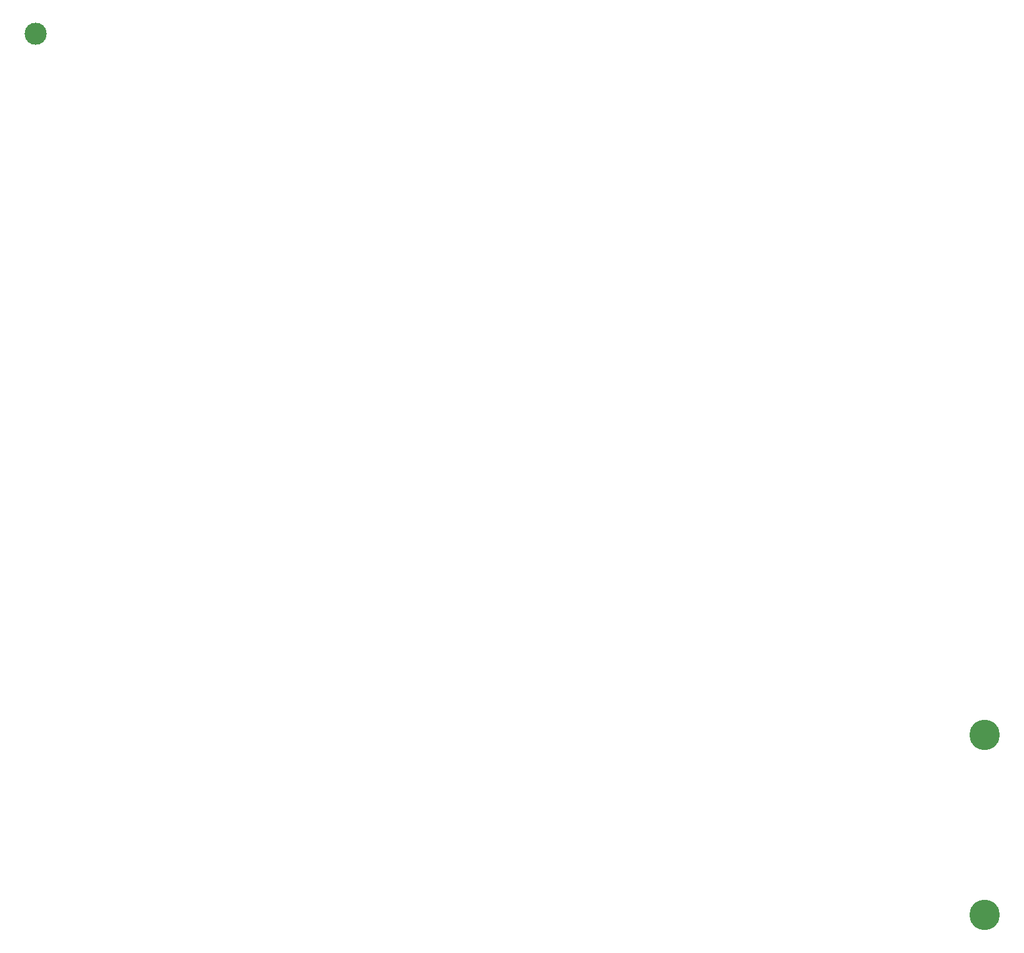
<source format=gbr>
G04 PROTEUS GERBER X2 FILE*
%TF.GenerationSoftware,Labcenter,Proteus,8.13-SP0-Build31525*%
%TF.CreationDate,2025-10-31T19:39:43+00:00*%
%TF.FileFunction,NonPlated,1,2,NPTH*%
%TF.FilePolarity,Positive*%
%TF.Part,Single*%
%TF.SameCoordinates,{e0fed4bd-df57-41ad-8a76-0b0c4bf3aebe}*%
%FSLAX45Y45*%
%MOMM*%
G01*
%TA.AperFunction,ComponentDrill*%
%ADD67C,4.114800*%
%TA.AperFunction,ComponentDrill*%
%ADD68C,2.997200*%
%TD.AperFunction*%
D67*
X+13100000Y-8280800D03*
X+13100000Y-10719200D03*
D68*
X+246000Y+1220000D03*
M02*

</source>
